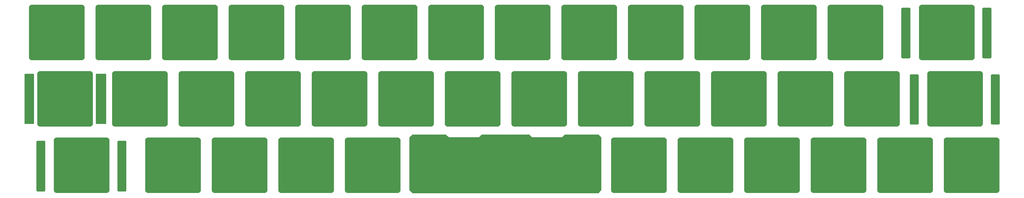
<source format=gts>
%TF.GenerationSoftware,KiCad,Pcbnew,(5.99.0-10847-g28909c1a72)*%
%TF.CreationDate,2021-06-19T00:09:30+03:00*%
%TF.ProjectId,vanpole plates,76616e70-6f6c-4652-9070-6c617465732e,rev?*%
%TF.SameCoordinates,Original*%
%TF.FileFunction,Soldermask,Top*%
%TF.FilePolarity,Negative*%
%FSLAX46Y46*%
G04 Gerber Fmt 4.6, Leading zero omitted, Abs format (unit mm)*
G04 Created by KiCad (PCBNEW (5.99.0-10847-g28909c1a72)) date 2021-06-19 00:09:30*
%MOMM*%
%LPD*%
G01*
G04 APERTURE LIST*
G04 Aperture macros list*
%AMRoundRect*
0 Rectangle with rounded corners*
0 $1 Rounding radius*
0 $2 $3 $4 $5 $6 $7 $8 $9 X,Y pos of 4 corners*
0 Add a 4 corners polygon primitive as box body*
4,1,4,$2,$3,$4,$5,$6,$7,$8,$9,$2,$3,0*
0 Add four circle primitives for the rounded corners*
1,1,$1+$1,$2,$3*
1,1,$1+$1,$4,$5*
1,1,$1+$1,$6,$7*
1,1,$1+$1,$8,$9*
0 Add four rect primitives between the rounded corners*
20,1,$1+$1,$2,$3,$4,$5,0*
20,1,$1+$1,$4,$5,$6,$7,0*
20,1,$1+$1,$6,$7,$8,$9,0*
20,1,$1+$1,$8,$9,$2,$3,0*%
G04 Aperture macros list end*
%ADD10C,0.200000*%
%ADD11RoundRect,1.008000X-6.992000X-6.992000X6.992000X-6.992000X6.992000X6.992000X-6.992000X6.992000X0*%
G04 APERTURE END LIST*
D10*
X287800000Y-235200000D02*
X287800000Y-249200000D01*
X287800000Y-249200000D02*
X287600000Y-249400000D01*
X287600000Y-249400000D02*
X285600000Y-249400000D01*
X285600000Y-249400000D02*
X285400000Y-249200000D01*
X285400000Y-249200000D02*
X285400000Y-235200000D01*
X285400000Y-235200000D02*
X285600000Y-235000000D01*
X285600000Y-235000000D02*
X287600000Y-235000000D01*
X287600000Y-235000000D02*
X287800000Y-235200000D01*
G36*
X287800000Y-235200000D02*
G01*
X287800000Y-249200000D01*
X287600000Y-249400000D01*
X285600000Y-249400000D01*
X285400000Y-249200000D01*
X285400000Y-235200000D01*
X285600000Y-235000000D01*
X287600000Y-235000000D01*
X287800000Y-235200000D01*
G37*
X287800000Y-235200000D02*
X287800000Y-249200000D01*
X287600000Y-249400000D01*
X285600000Y-249400000D01*
X285400000Y-249200000D01*
X285400000Y-235200000D01*
X285600000Y-235000000D01*
X287600000Y-235000000D01*
X287800000Y-235200000D01*
X264600000Y-235200000D02*
X264600000Y-249200000D01*
X264600000Y-249200000D02*
X264400000Y-249400000D01*
X264400000Y-249400000D02*
X262400000Y-249400000D01*
X262400000Y-249400000D02*
X262200000Y-249200000D01*
X262200000Y-249200000D02*
X262200000Y-235200000D01*
X262200000Y-235200000D02*
X262400000Y-235000000D01*
X262400000Y-235000000D02*
X264400000Y-235000000D01*
X264400000Y-235000000D02*
X264600000Y-235200000D01*
G36*
X264600000Y-235200000D02*
G01*
X264600000Y-249200000D01*
X264400000Y-249400000D01*
X262400000Y-249400000D01*
X262200000Y-249200000D01*
X262200000Y-235200000D01*
X262400000Y-235000000D01*
X264400000Y-235000000D01*
X264600000Y-235200000D01*
G37*
X264600000Y-235200000D02*
X264600000Y-249200000D01*
X264400000Y-249400000D01*
X262400000Y-249400000D01*
X262200000Y-249200000D01*
X262200000Y-235200000D01*
X262400000Y-235000000D01*
X264400000Y-235000000D01*
X264600000Y-235200000D01*
X290198991Y-254398831D02*
X290198991Y-268198831D01*
X290198991Y-268198831D02*
X289998991Y-268398831D01*
X289998991Y-268398831D02*
X287998991Y-268398831D01*
X287998991Y-268398831D02*
X287798991Y-268198831D01*
X287798991Y-268198831D02*
X287798991Y-254398831D01*
X287798991Y-254398831D02*
X287998991Y-254198831D01*
X287998991Y-254198831D02*
X289998991Y-254198831D01*
X289998991Y-254198831D02*
X290198991Y-254398831D01*
G36*
X290198991Y-254398831D02*
G01*
X290198991Y-268198831D01*
X289998991Y-268398831D01*
X287998991Y-268398831D01*
X287798991Y-268198831D01*
X287798991Y-254398831D01*
X287998991Y-254198831D01*
X289998991Y-254198831D01*
X290198991Y-254398831D01*
G37*
X290198991Y-254398831D02*
X290198991Y-268198831D01*
X289998991Y-268398831D01*
X287998991Y-268398831D01*
X287798991Y-268198831D01*
X287798991Y-254398831D01*
X287998991Y-254198831D01*
X289998991Y-254198831D01*
X290198991Y-254398831D01*
X266998088Y-254399522D02*
X266998088Y-268199522D01*
X266998088Y-268199522D02*
X266798088Y-268399522D01*
X266798088Y-268399522D02*
X264798088Y-268399522D01*
X264798088Y-268399522D02*
X264598088Y-268199522D01*
X264598088Y-268199522D02*
X264598088Y-254399522D01*
X264598088Y-254399522D02*
X264798088Y-254199522D01*
X264798088Y-254199522D02*
X266798088Y-254199522D01*
X266798088Y-254199522D02*
X266998088Y-254399522D01*
G36*
X266998088Y-254399522D02*
G01*
X266998088Y-268199522D01*
X266798088Y-268399522D01*
X264798088Y-268399522D01*
X264598088Y-268199522D01*
X264598088Y-254399522D01*
X264798088Y-254199522D01*
X266798088Y-254199522D01*
X266998088Y-254399522D01*
G37*
X266998088Y-254399522D02*
X266998088Y-268199522D01*
X266798088Y-268399522D01*
X264798088Y-268399522D01*
X264598088Y-268199522D01*
X264598088Y-254399522D01*
X264798088Y-254199522D01*
X266798088Y-254199522D01*
X266998088Y-254399522D01*
X16995851Y-273396999D02*
X16995851Y-287396999D01*
X16995851Y-287396999D02*
X16795851Y-287596999D01*
X16795851Y-287596999D02*
X14795851Y-287596999D01*
X14795851Y-287596999D02*
X14595851Y-287396999D01*
X14595851Y-287396999D02*
X14595851Y-273396999D01*
X14595851Y-273396999D02*
X14795851Y-273196999D01*
X14795851Y-273196999D02*
X16795851Y-273196999D01*
X16795851Y-273196999D02*
X16995851Y-273396999D01*
G36*
X16995851Y-273396999D02*
G01*
X16995851Y-287396999D01*
X16795851Y-287596999D01*
X14795851Y-287596999D01*
X14595851Y-287396999D01*
X14595851Y-273396999D01*
X14795851Y-273196999D01*
X16795851Y-273196999D01*
X16995851Y-273396999D01*
G37*
X16995851Y-273396999D02*
X16995851Y-287396999D01*
X16795851Y-287596999D01*
X14795851Y-287596999D01*
X14595851Y-287396999D01*
X14595851Y-273396999D01*
X14795851Y-273196999D01*
X16795851Y-273196999D01*
X16995851Y-273396999D01*
X40197672Y-273399999D02*
X40197672Y-287399999D01*
X40197672Y-287399999D02*
X39997672Y-287599999D01*
X39997672Y-287599999D02*
X37997672Y-287599999D01*
X37997672Y-287599999D02*
X37797672Y-287399999D01*
X37797672Y-287399999D02*
X37797672Y-273399999D01*
X37797672Y-273399999D02*
X37997672Y-273199999D01*
X37997672Y-273199999D02*
X39997672Y-273199999D01*
X39997672Y-273199999D02*
X40197672Y-273399999D01*
G36*
X40197672Y-273399999D02*
G01*
X40197672Y-287399999D01*
X39997672Y-287599999D01*
X37997672Y-287599999D01*
X37797672Y-287399999D01*
X37797672Y-273399999D01*
X37997672Y-273199999D01*
X39997672Y-273199999D01*
X40197672Y-273399999D01*
G37*
X40197672Y-273399999D02*
X40197672Y-287399999D01*
X39997672Y-287599999D01*
X37997672Y-287599999D01*
X37797672Y-287399999D01*
X37797672Y-273399999D01*
X37997672Y-273199999D01*
X39997672Y-273199999D01*
X40197672Y-273399999D01*
X34390091Y-268198377D02*
X31590091Y-268198377D01*
X31590091Y-268198377D02*
X31590091Y-253998377D01*
X31590091Y-253998377D02*
X34390091Y-253998377D01*
X34390091Y-253998377D02*
X34390091Y-268198377D01*
G36*
X34390091Y-268198377D02*
G01*
X31590091Y-268198377D01*
X31590091Y-253998377D01*
X34390091Y-253998377D01*
X34390091Y-268198377D01*
G37*
X34390091Y-268198377D02*
X31590091Y-268198377D01*
X31590091Y-253998377D01*
X34390091Y-253998377D01*
X34390091Y-268198377D01*
X13796060Y-268197893D02*
X11196060Y-268197893D01*
X11196060Y-268197893D02*
X11196060Y-253997893D01*
X11196060Y-253997893D02*
X13796060Y-253997893D01*
X13796060Y-253997893D02*
X13796060Y-268197893D01*
G36*
X13796060Y-268197893D02*
G01*
X11196060Y-268197893D01*
X11196060Y-253997893D01*
X13796060Y-253997893D01*
X13796060Y-268197893D01*
G37*
X13796060Y-268197893D02*
X11196060Y-268197893D01*
X11196060Y-253997893D01*
X13796060Y-253997893D01*
X13796060Y-268197893D01*
X132530711Y-272227824D02*
X141261961Y-272227824D01*
X141261961Y-272227824D02*
X142055711Y-271434074D01*
X142055711Y-271434074D02*
X155549461Y-271434074D01*
X155549461Y-271434074D02*
X156343211Y-272227824D01*
X156343211Y-272227824D02*
X165074461Y-272227824D01*
X165074461Y-272227824D02*
X165868211Y-271434074D01*
X165868211Y-271434074D02*
X175393211Y-271434074D01*
X175393211Y-271434074D02*
X176186961Y-272227824D01*
X176186961Y-272227824D02*
X176186961Y-287309074D01*
X176186961Y-287309074D02*
X175393211Y-288102824D01*
X175393211Y-288102824D02*
X122211961Y-288102824D01*
X122211961Y-288102824D02*
X121418211Y-287309074D01*
X121418211Y-287309074D02*
X121418211Y-272227824D01*
X121418211Y-272227824D02*
X122211961Y-271434074D01*
X122211961Y-271434074D02*
X131736961Y-271434074D01*
X131736961Y-271434074D02*
X132530711Y-272227824D01*
G36*
X132530711Y-272227824D02*
G01*
X141261961Y-272227824D01*
X142055711Y-271434074D01*
X155549461Y-271434074D01*
X156343211Y-272227824D01*
X165074461Y-272227824D01*
X165868211Y-271434074D01*
X175393211Y-271434074D01*
X176186961Y-272227824D01*
X176186961Y-287309074D01*
X175393211Y-288102824D01*
X122211961Y-288102824D01*
X121418211Y-287309074D01*
X121418211Y-272227824D01*
X122211961Y-271434074D01*
X131736961Y-271434074D01*
X132530711Y-272227824D01*
G37*
X132530711Y-272227824D02*
X141261961Y-272227824D01*
X142055711Y-271434074D01*
X155549461Y-271434074D01*
X156343211Y-272227824D01*
X165074461Y-272227824D01*
X165868211Y-271434074D01*
X175393211Y-271434074D01*
X176186961Y-272227824D01*
X176186961Y-287309074D01*
X175393211Y-288102824D01*
X122211961Y-288102824D01*
X121418211Y-287309074D01*
X121418211Y-272227824D01*
X122211961Y-271434074D01*
X131736961Y-271434074D01*
X132530711Y-272227824D01*
D11*
%TO.C,REF\u002A\u002A*%
X225137500Y-280193750D03*
%TD*%
%TO.C,REF\u002A\u002A*%
X253712500Y-261143750D03*
%TD*%
%TO.C,REF\u002A\u002A*%
X234662500Y-261143750D03*
%TD*%
%TO.C,REF\u002A\u002A*%
X215612500Y-261143750D03*
%TD*%
%TO.C,REF\u002A\u002A*%
X196562500Y-261143750D03*
%TD*%
%TO.C,REF\u002A\u002A*%
X177512500Y-261143750D03*
%TD*%
%TO.C,REF\u002A\u002A*%
X158462500Y-261143750D03*
%TD*%
%TO.C,REF\u002A\u002A*%
X139412500Y-261143750D03*
%TD*%
%TO.C,REF\u002A\u002A*%
X120362500Y-261143750D03*
%TD*%
%TO.C,REF\u002A\u002A*%
X101312500Y-261143750D03*
%TD*%
%TO.C,REF\u002A\u002A*%
X82262500Y-261143750D03*
%TD*%
%TO.C,REF\u002A\u002A*%
X63212500Y-261143750D03*
%TD*%
%TO.C,REF\u002A\u002A*%
X44162500Y-261143750D03*
%TD*%
%TO.C,REF\u002A\u002A*%
X53687500Y-280193750D03*
%TD*%
%TO.C,REF\u002A\u002A*%
X72737500Y-280193750D03*
%TD*%
%TO.C,REF\u002A\u002A*%
X91787500Y-280193750D03*
%TD*%
%TO.C,REF\u002A\u002A*%
X110837500Y-280193750D03*
%TD*%
%TO.C,REF\u002A\u002A*%
X187037500Y-280193750D03*
%TD*%
%TO.C,REF\u002A\u002A*%
X206087500Y-280193750D03*
%TD*%
%TO.C,REF\u002A\u002A*%
X277525000Y-261143750D03*
%TD*%
%TO.C,REF\u002A\u002A*%
X22731250Y-261143750D03*
%TD*%
%TO.C,REF\u002A\u002A*%
X27493750Y-280193750D03*
%TD*%
%TO.C,REF\u002A\u002A*%
X275143750Y-242093750D03*
%TD*%
%TO.C,REF\u002A\u002A*%
X248950000Y-242093750D03*
%TD*%
%TO.C,REF\u002A\u002A*%
X229900000Y-242093750D03*
%TD*%
%TO.C,REF\u002A\u002A*%
X210850000Y-242093750D03*
%TD*%
%TO.C,REF\u002A\u002A*%
X191800000Y-242093750D03*
%TD*%
%TO.C,REF\u002A\u002A*%
X172750000Y-242093750D03*
%TD*%
%TO.C,REF\u002A\u002A*%
X153700000Y-242093750D03*
%TD*%
%TO.C,REF\u002A\u002A*%
X134650000Y-242093750D03*
%TD*%
%TO.C,REF\u002A\u002A*%
X115600000Y-242093750D03*
%TD*%
%TO.C,REF\u002A\u002A*%
X96550000Y-242093750D03*
%TD*%
%TO.C,REF\u002A\u002A*%
X77500000Y-242093750D03*
%TD*%
%TO.C,REF\u002A\u002A*%
X58450000Y-242093750D03*
%TD*%
%TO.C,REF\u002A\u002A*%
X39400000Y-242093750D03*
%TD*%
%TO.C,REF\u002A\u002A*%
X20350000Y-242093750D03*
%TD*%
%TO.C,REF\u002A\u002A*%
X244187500Y-280193750D03*
%TD*%
%TO.C,REF\u002A\u002A*%
X263237500Y-280193750D03*
%TD*%
%TO.C,REF\u002A\u002A*%
X282287500Y-280193750D03*
%TD*%
M02*

</source>
